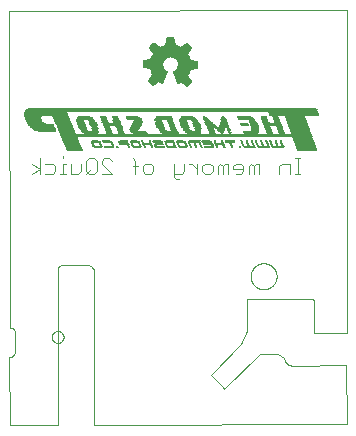
<source format=gbo>
G75*
%MOIN*%
%OFA0B0*%
%FSLAX25Y25*%
%IPPOS*%
%LPD*%
%AMOC8*
5,1,8,0,0,1.08239X$1,22.5*
%
%ADD10C,0.00200*%
%ADD11C,0.00000*%
%ADD12R,0.05040X0.00140*%
%ADD13R,0.06020X0.00140*%
%ADD14R,0.05180X0.00140*%
%ADD15R,0.06580X0.00140*%
%ADD16R,0.05320X0.00140*%
%ADD17R,0.06720X0.00140*%
%ADD18R,0.05320X0.00140*%
%ADD19R,0.06580X0.00140*%
%ADD20R,0.05320X0.00140*%
%ADD21R,0.02240X0.00140*%
%ADD22R,0.02800X0.00140*%
%ADD23R,0.00700X0.00140*%
%ADD24R,0.00840X0.00140*%
%ADD25R,0.02240X0.00140*%
%ADD26R,0.02660X0.00140*%
%ADD27R,0.03640X0.00140*%
%ADD28R,0.02940X0.00140*%
%ADD29R,0.03220X0.00140*%
%ADD30R,0.02940X0.00140*%
%ADD31R,0.03080X0.00140*%
%ADD32R,0.03220X0.00140*%
%ADD33R,0.04060X0.00140*%
%ADD34R,0.03920X0.00140*%
%ADD35R,0.05320X0.00140*%
%ADD36R,0.03220X0.00140*%
%ADD37R,0.03220X0.00140*%
%ADD38R,0.00700X0.00140*%
%ADD39R,0.00840X0.00140*%
%ADD40R,0.03360X0.00140*%
%ADD41R,0.04060X0.00140*%
%ADD42R,0.04200X0.00140*%
%ADD43R,0.00840X0.00140*%
%ADD44R,0.03360X0.00140*%
%ADD45R,0.04200X0.00140*%
%ADD46R,0.04340X0.00140*%
%ADD47R,0.06720X0.00140*%
%ADD48R,0.05180X0.00140*%
%ADD49R,0.03080X0.00140*%
%ADD50R,0.02800X0.00140*%
%ADD51R,0.06720X0.00140*%
%ADD52R,0.00840X0.00140*%
%ADD53R,0.03780X0.00140*%
%ADD54R,0.83720X0.00140*%
%ADD55R,0.83580X0.00140*%
%ADD56R,0.03780X0.00140*%
%ADD57R,0.02240X0.00140*%
%ADD58R,0.05040X0.00140*%
%ADD59R,0.00560X0.00140*%
%ADD60R,0.00980X0.00140*%
%ADD61R,0.04340X0.00140*%
%ADD62R,0.02240X0.00140*%
%ADD63R,0.06720X0.00140*%
%ADD64R,0.02100X0.00140*%
%ADD65R,0.04480X0.00140*%
%ADD66R,0.00980X0.00140*%
%ADD67R,0.04620X0.00140*%
%ADD68R,0.04620X0.00140*%
%ADD69R,0.05600X0.00140*%
%ADD70R,0.04760X0.00140*%
%ADD71R,0.04900X0.00140*%
%ADD72R,0.01120X0.00140*%
%ADD73R,0.05040X0.00140*%
%ADD74R,0.05740X0.00140*%
%ADD75R,0.01260X0.00140*%
%ADD76R,0.02100X0.00140*%
%ADD77R,0.05740X0.00140*%
%ADD78R,0.01540X0.00140*%
%ADD79R,0.05880X0.00140*%
%ADD80R,0.05460X0.00140*%
%ADD81R,0.01820X0.00140*%
%ADD82R,0.01960X0.00140*%
%ADD83R,0.06440X0.00140*%
%ADD84R,0.02380X0.00140*%
%ADD85R,0.01120X0.00140*%
%ADD86R,0.06860X0.00140*%
%ADD87R,0.07140X0.00140*%
%ADD88R,0.02940X0.00140*%
%ADD89R,0.02380X0.00140*%
%ADD90R,0.02660X0.00140*%
%ADD91R,0.07280X0.00140*%
%ADD92R,0.07560X0.00140*%
%ADD93R,0.07700X0.00140*%
%ADD94R,0.03500X0.00140*%
%ADD95R,0.07840X0.00140*%
%ADD96R,0.07980X0.00140*%
%ADD97R,0.08120X0.00140*%
%ADD98R,0.08260X0.00140*%
%ADD99R,0.03640X0.00140*%
%ADD100R,0.02520X0.00140*%
%ADD101R,0.08260X0.00140*%
%ADD102R,0.02520X0.00140*%
%ADD103R,0.06300X0.00140*%
%ADD104R,0.03500X0.00140*%
%ADD105R,0.08400X0.00140*%
%ADD106R,0.06160X0.00140*%
%ADD107R,0.06300X0.00140*%
%ADD108R,0.02520X0.00140*%
%ADD109R,0.06020X0.00140*%
%ADD110R,0.05740X0.00140*%
%ADD111R,0.05460X0.00140*%
%ADD112R,0.01680X0.00140*%
%ADD113R,0.02520X0.00140*%
%ADD114R,0.01680X0.00140*%
%ADD115R,0.01540X0.00140*%
%ADD116R,0.01400X0.00140*%
%ADD117R,0.05600X0.00140*%
%ADD118R,0.04620X0.00140*%
%ADD119R,0.04760X0.00140*%
%ADD120R,0.01120X0.00140*%
%ADD121R,0.01260X0.00140*%
%ADD122R,0.04900X0.00140*%
%ADD123R,0.14560X0.00140*%
%ADD124R,0.16660X0.00140*%
%ADD125R,0.14560X0.00140*%
%ADD126R,0.16660X0.00140*%
%ADD127R,0.14420X0.00140*%
%ADD128R,0.16800X0.00140*%
%ADD129R,0.14280X0.00140*%
%ADD130R,0.14280X0.00140*%
%ADD131R,0.14140X0.00140*%
%ADD132R,0.14000X0.00140*%
%ADD133R,0.97580X0.00140*%
%ADD134R,0.97580X0.00140*%
%ADD135R,0.97300X0.00140*%
%ADD136R,0.97160X0.00140*%
%ADD137R,0.97020X0.00140*%
%ADD138R,0.96600X0.00140*%
%ADD139R,0.96180X0.00140*%
%ADD140C,0.00400*%
D10*
X0007139Y0006452D02*
X0023169Y0006452D01*
X0023164Y0006446D02*
X0023231Y0058499D01*
X0023243Y0058575D01*
X0023260Y0058651D01*
X0023280Y0058725D01*
X0023304Y0058799D01*
X0023332Y0058871D01*
X0023363Y0058942D01*
X0023398Y0059011D01*
X0023436Y0059079D01*
X0023478Y0059144D01*
X0023523Y0059207D01*
X0023571Y0059268D01*
X0023622Y0059326D01*
X0023676Y0059381D01*
X0023733Y0059434D01*
X0023792Y0059484D01*
X0023854Y0059531D01*
X0023918Y0059574D01*
X0023984Y0059614D01*
X0024053Y0059651D01*
X0024123Y0059685D01*
X0024194Y0059714D01*
X0024267Y0059740D01*
X0024341Y0059763D01*
X0024416Y0059781D01*
X0024493Y0059796D01*
X0024569Y0059807D01*
X0024646Y0059814D01*
X0024724Y0059817D01*
X0024801Y0059816D01*
X0024879Y0059811D01*
X0024956Y0059802D01*
X0024950Y0059801D02*
X0033087Y0059799D01*
X0033062Y0059803D02*
X0033151Y0059807D01*
X0033241Y0059806D01*
X0033330Y0059802D01*
X0033419Y0059794D01*
X0033508Y0059782D01*
X0033596Y0059766D01*
X0033683Y0059747D01*
X0033769Y0059723D01*
X0033854Y0059696D01*
X0033938Y0059666D01*
X0034021Y0059631D01*
X0034102Y0059593D01*
X0034181Y0059552D01*
X0034258Y0059507D01*
X0034333Y0059458D01*
X0034406Y0059407D01*
X0034477Y0059352D01*
X0034545Y0059295D01*
X0034611Y0059234D01*
X0034674Y0059171D01*
X0034734Y0059105D01*
X0034792Y0059036D01*
X0034846Y0058965D01*
X0034897Y0058891D01*
X0034945Y0058816D01*
X0034989Y0058738D01*
X0035030Y0058659D01*
X0035068Y0058578D01*
X0035102Y0058495D01*
X0035132Y0058411D01*
X0035159Y0058326D01*
X0035182Y0058239D01*
X0035201Y0058152D01*
X0035216Y0058064D01*
X0035227Y0057975D01*
X0035235Y0057886D01*
X0035201Y0006565D01*
X0035202Y0006565D02*
X0119531Y0006905D01*
X0119534Y0006905D02*
X0119427Y0026460D01*
X0119429Y0026459D02*
X0101408Y0026325D01*
X0101537Y0026337D02*
X0101435Y0026332D01*
X0101334Y0026331D01*
X0101233Y0026334D01*
X0101132Y0026340D01*
X0101031Y0026351D01*
X0100931Y0026365D01*
X0100831Y0026383D01*
X0100732Y0026405D01*
X0100634Y0026430D01*
X0100537Y0026460D01*
X0100441Y0026493D01*
X0100347Y0026530D01*
X0100254Y0026570D01*
X0100162Y0026614D01*
X0100073Y0026661D01*
X0099985Y0026712D01*
X0099899Y0026766D01*
X0099816Y0026823D01*
X0099734Y0026883D01*
X0099655Y0026947D01*
X0099579Y0027013D01*
X0099505Y0027083D01*
X0099434Y0027155D01*
X0099365Y0027230D01*
X0099300Y0027307D01*
X0099238Y0027387D01*
X0099178Y0027469D01*
X0099122Y0027553D01*
X0099069Y0027640D01*
X0099020Y0027728D01*
X0098974Y0027818D01*
X0098931Y0027910D01*
X0098892Y0028004D01*
X0098857Y0028099D01*
X0098825Y0028195D01*
X0098797Y0028292D01*
X0098773Y0028391D01*
X0098752Y0028490D01*
X0098735Y0028590D01*
X0098722Y0028690D01*
X0098713Y0028791D01*
X0098712Y0028794D02*
X0096565Y0030344D01*
X0090592Y0030344D01*
X0078779Y0018497D01*
X0078242Y0019068D01*
X0074584Y0022726D01*
X0074450Y0023162D01*
X0074451Y0023163D02*
X0084350Y0033532D01*
X0086263Y0037895D01*
X0086296Y0048566D01*
X0096532Y0048533D01*
X0101069Y0048535D01*
X0101061Y0048532D02*
X0107339Y0048579D01*
X0107334Y0048579D02*
X0107397Y0048594D01*
X0107461Y0048606D01*
X0107526Y0048615D01*
X0107591Y0048619D01*
X0107656Y0048620D01*
X0107721Y0048617D01*
X0107786Y0048610D01*
X0107850Y0048599D01*
X0107913Y0048585D01*
X0107976Y0048567D01*
X0108037Y0048546D01*
X0108097Y0048520D01*
X0108156Y0048492D01*
X0108213Y0048460D01*
X0108267Y0048425D01*
X0108320Y0048387D01*
X0108370Y0048345D01*
X0108418Y0048301D01*
X0108463Y0048254D01*
X0108506Y0048205D01*
X0108545Y0048153D01*
X0108582Y0048099D01*
X0108615Y0048043D01*
X0108645Y0047985D01*
X0108671Y0047926D01*
X0108694Y0047865D01*
X0108714Y0047803D01*
X0108711Y0047810D02*
X0108714Y0037240D01*
X0119623Y0037292D01*
X0119623Y0037293D02*
X0119529Y0144834D01*
X0119528Y0144834D02*
X0006889Y0144555D01*
X0006890Y0144557D02*
X0007149Y0039040D01*
X0007149Y0039045D02*
X0007226Y0039052D01*
X0007303Y0039055D01*
X0007380Y0039054D01*
X0007457Y0039050D01*
X0007533Y0039042D01*
X0007610Y0039030D01*
X0007685Y0039014D01*
X0007760Y0038995D01*
X0007833Y0038972D01*
X0007906Y0038945D01*
X0007976Y0038915D01*
X0008046Y0038882D01*
X0008114Y0038845D01*
X0008179Y0038805D01*
X0008243Y0038761D01*
X0008305Y0038715D01*
X0008364Y0038666D01*
X0008420Y0038614D01*
X0008475Y0038559D01*
X0008526Y0038501D01*
X0008574Y0038441D01*
X0008620Y0038379D01*
X0008662Y0038315D01*
X0008701Y0038248D01*
X0008737Y0038180D01*
X0008769Y0038110D01*
X0008798Y0038039D01*
X0008824Y0037966D01*
X0008845Y0037892D01*
X0008864Y0037817D01*
X0008878Y0037741D01*
X0008889Y0037665D01*
X0008889Y0031065D01*
X0008891Y0030980D01*
X0008889Y0030896D01*
X0008884Y0030811D01*
X0008874Y0030727D01*
X0008861Y0030644D01*
X0008844Y0030561D01*
X0008823Y0030479D01*
X0008798Y0030398D01*
X0008769Y0030318D01*
X0008737Y0030240D01*
X0008701Y0030163D01*
X0008662Y0030088D01*
X0008619Y0030015D01*
X0008573Y0029944D01*
X0008524Y0029875D01*
X0008472Y0029809D01*
X0008416Y0029745D01*
X0008358Y0029683D01*
X0008297Y0029625D01*
X0008234Y0029569D01*
X0008167Y0029516D01*
X0008099Y0029467D01*
X0008028Y0029420D01*
X0007955Y0029377D01*
X0007880Y0029337D01*
X0007804Y0029301D01*
X0007726Y0029269D01*
X0007646Y0029240D01*
X0007566Y0029214D01*
X0007484Y0029193D01*
X0007401Y0029175D01*
X0007317Y0029161D01*
X0007233Y0029151D01*
X0007149Y0029145D01*
X0007119Y0029145D01*
X0007123Y0029141D02*
X0007162Y0006458D01*
X0007154Y0029160D02*
X0007183Y0029160D01*
X0054794Y0119760D02*
X0054394Y0120110D01*
X0054044Y0120460D01*
X0053644Y0120910D01*
X0053294Y0121360D01*
X0054744Y0123460D01*
X0054394Y0124060D01*
X0054194Y0124660D01*
X0053994Y0125460D01*
X0051544Y0125910D01*
X0051544Y0127060D01*
X0051594Y0127610D01*
X0051644Y0128110D01*
X0054094Y0128560D01*
X0054294Y0129210D01*
X0054544Y0129760D01*
X0054894Y0130360D01*
X0054944Y0130460D01*
X0053544Y0132410D01*
X0053944Y0132910D01*
X0054444Y0133410D01*
X0054844Y0133760D01*
X0055194Y0134010D01*
X0057244Y0132560D01*
X0057694Y0132810D01*
X0058144Y0133010D01*
X0058594Y0133210D01*
X0059044Y0133310D01*
X0059494Y0135760D01*
X0060094Y0135810D01*
X0061244Y0135810D01*
X0061744Y0135760D01*
X0062144Y0133360D01*
X0062894Y0133110D01*
X0063394Y0132910D01*
X0064094Y0132510D01*
X0066094Y0133960D01*
X0066544Y0133610D01*
X0067044Y0133110D01*
X0067444Y0132660D01*
X0067694Y0132410D01*
X0066294Y0130360D01*
X0066594Y0129860D01*
X0066894Y0129210D01*
X0067044Y0128660D01*
X0067194Y0128310D01*
X0069644Y0127910D01*
X0069644Y0125710D01*
X0067194Y0125310D01*
X0066994Y0124610D01*
X0066844Y0124110D01*
X0066644Y0123710D01*
X0066294Y0123110D01*
X0067744Y0121110D01*
X0067344Y0120660D01*
X0066994Y0120310D01*
X0066544Y0119910D01*
X0066194Y0119610D01*
X0064144Y0121010D01*
X0062994Y0120410D01*
X0061594Y0124410D01*
X0062091Y0124658D01*
X0062523Y0125008D01*
X0062871Y0125442D01*
X0063117Y0125940D01*
X0063251Y0126479D01*
X0063267Y0127035D01*
X0063163Y0127581D01*
X0062945Y0128092D01*
X0062622Y0128545D01*
X0062210Y0128918D01*
X0061728Y0129194D01*
X0061197Y0129361D01*
X0060644Y0129410D01*
X0060108Y0129344D01*
X0059597Y0129170D01*
X0059132Y0128896D01*
X0058733Y0128533D01*
X0058416Y0128096D01*
X0058195Y0127604D01*
X0058079Y0127077D01*
X0058073Y0126537D01*
X0058177Y0126007D01*
X0058387Y0125510D01*
X0058694Y0125066D01*
X0059085Y0124694D01*
X0059544Y0124410D01*
X0057994Y0120510D01*
X0057394Y0120760D01*
X0056794Y0121160D01*
X0054794Y0119760D01*
X0054646Y0119889D02*
X0054978Y0119889D01*
X0055262Y0120087D02*
X0054419Y0120087D01*
X0054218Y0120286D02*
X0055545Y0120286D01*
X0055829Y0120484D02*
X0054022Y0120484D01*
X0053845Y0120683D02*
X0056112Y0120683D01*
X0056396Y0120881D02*
X0053669Y0120881D01*
X0053511Y0121080D02*
X0056680Y0121080D01*
X0056914Y0121080D02*
X0058220Y0121080D01*
X0058141Y0120881D02*
X0057211Y0120881D01*
X0057578Y0120683D02*
X0058063Y0120683D01*
X0058299Y0121278D02*
X0053357Y0121278D01*
X0053375Y0121477D02*
X0058378Y0121477D01*
X0058457Y0121675D02*
X0053512Y0121675D01*
X0053649Y0121874D02*
X0058536Y0121874D01*
X0058615Y0122072D02*
X0053786Y0122072D01*
X0053923Y0122271D02*
X0058694Y0122271D01*
X0058773Y0122469D02*
X0054060Y0122469D01*
X0054197Y0122668D02*
X0058851Y0122668D01*
X0058930Y0122866D02*
X0054334Y0122866D01*
X0054471Y0123065D02*
X0059009Y0123065D01*
X0059088Y0123263D02*
X0054608Y0123263D01*
X0054742Y0123462D02*
X0059167Y0123462D01*
X0059246Y0123661D02*
X0054627Y0123661D01*
X0054511Y0123859D02*
X0059325Y0123859D01*
X0059404Y0124058D02*
X0054395Y0124058D01*
X0054328Y0124256D02*
X0059483Y0124256D01*
X0059471Y0124455D02*
X0054262Y0124455D01*
X0054196Y0124653D02*
X0059152Y0124653D01*
X0058920Y0124852D02*
X0054146Y0124852D01*
X0054096Y0125050D02*
X0058711Y0125050D01*
X0058568Y0125249D02*
X0054047Y0125249D01*
X0053997Y0125447D02*
X0058431Y0125447D01*
X0058330Y0125646D02*
X0052982Y0125646D01*
X0051901Y0125844D02*
X0058246Y0125844D01*
X0058170Y0126043D02*
X0051544Y0126043D01*
X0051544Y0126241D02*
X0058131Y0126241D01*
X0058092Y0126440D02*
X0051544Y0126440D01*
X0051544Y0126638D02*
X0058074Y0126638D01*
X0058077Y0126837D02*
X0051544Y0126837D01*
X0051544Y0127035D02*
X0058079Y0127035D01*
X0058114Y0127234D02*
X0051560Y0127234D01*
X0051578Y0127432D02*
X0058158Y0127432D01*
X0058207Y0127631D02*
X0051596Y0127631D01*
X0051616Y0127829D02*
X0058297Y0127829D01*
X0058386Y0128028D02*
X0051636Y0128028D01*
X0052278Y0128226D02*
X0058511Y0128226D01*
X0058655Y0128425D02*
X0053359Y0128425D01*
X0054113Y0128623D02*
X0058832Y0128623D01*
X0059050Y0128822D02*
X0054174Y0128822D01*
X0054235Y0129020D02*
X0059343Y0129020D01*
X0059740Y0129219D02*
X0054298Y0129219D01*
X0054388Y0129417D02*
X0066798Y0129417D01*
X0066890Y0129219D02*
X0061649Y0129219D01*
X0062032Y0129020D02*
X0066945Y0129020D01*
X0067000Y0128822D02*
X0062316Y0128822D01*
X0062536Y0128623D02*
X0067059Y0128623D01*
X0067144Y0128425D02*
X0062708Y0128425D01*
X0062849Y0128226D02*
X0067705Y0128226D01*
X0068921Y0128028D02*
X0062973Y0128028D01*
X0063057Y0127829D02*
X0069644Y0127829D01*
X0069644Y0127631D02*
X0063142Y0127631D01*
X0063192Y0127432D02*
X0069644Y0127432D01*
X0069644Y0127234D02*
X0063229Y0127234D01*
X0063267Y0127035D02*
X0069644Y0127035D01*
X0069644Y0126837D02*
X0063261Y0126837D01*
X0063256Y0126638D02*
X0069644Y0126638D01*
X0069644Y0126440D02*
X0063242Y0126440D01*
X0063192Y0126241D02*
X0069644Y0126241D01*
X0069644Y0126043D02*
X0063143Y0126043D01*
X0063070Y0125844D02*
X0069644Y0125844D01*
X0069251Y0125646D02*
X0062972Y0125646D01*
X0062873Y0125447D02*
X0068035Y0125447D01*
X0067176Y0125249D02*
X0062716Y0125249D01*
X0062557Y0125050D02*
X0067120Y0125050D01*
X0067063Y0124852D02*
X0062330Y0124852D01*
X0062080Y0124653D02*
X0067006Y0124653D01*
X0066947Y0124455D02*
X0061683Y0124455D01*
X0061648Y0124256D02*
X0066888Y0124256D01*
X0066818Y0124058D02*
X0061717Y0124058D01*
X0061786Y0123859D02*
X0066718Y0123859D01*
X0066615Y0123661D02*
X0061856Y0123661D01*
X0061925Y0123462D02*
X0066499Y0123462D01*
X0066383Y0123263D02*
X0061995Y0123263D01*
X0062064Y0123065D02*
X0066326Y0123065D01*
X0066470Y0122866D02*
X0062134Y0122866D01*
X0062203Y0122668D02*
X0066614Y0122668D01*
X0066758Y0122469D02*
X0062273Y0122469D01*
X0062342Y0122271D02*
X0066902Y0122271D01*
X0067046Y0122072D02*
X0062412Y0122072D01*
X0062481Y0121874D02*
X0067190Y0121874D01*
X0067334Y0121675D02*
X0062551Y0121675D01*
X0062620Y0121477D02*
X0067478Y0121477D01*
X0067621Y0121278D02*
X0062690Y0121278D01*
X0062759Y0121080D02*
X0067717Y0121080D01*
X0067541Y0120881D02*
X0064332Y0120881D01*
X0064622Y0120683D02*
X0067364Y0120683D01*
X0067168Y0120484D02*
X0064913Y0120484D01*
X0065204Y0120286D02*
X0066967Y0120286D01*
X0066743Y0120087D02*
X0065494Y0120087D01*
X0065785Y0119889D02*
X0066519Y0119889D01*
X0066288Y0119690D02*
X0066076Y0119690D01*
X0063898Y0120881D02*
X0062829Y0120881D01*
X0062898Y0120683D02*
X0063517Y0120683D01*
X0063137Y0120484D02*
X0062968Y0120484D01*
X0066706Y0129616D02*
X0054478Y0129616D01*
X0054576Y0129814D02*
X0066615Y0129814D01*
X0066502Y0130013D02*
X0054691Y0130013D01*
X0054807Y0130211D02*
X0066383Y0130211D01*
X0066328Y0130410D02*
X0054919Y0130410D01*
X0054837Y0130608D02*
X0066464Y0130608D01*
X0066599Y0130807D02*
X0054694Y0130807D01*
X0054552Y0131005D02*
X0066735Y0131005D01*
X0066870Y0131204D02*
X0054409Y0131204D01*
X0054267Y0131402D02*
X0067006Y0131402D01*
X0067141Y0131601D02*
X0054124Y0131601D01*
X0053982Y0131799D02*
X0067277Y0131799D01*
X0067413Y0131998D02*
X0053839Y0131998D01*
X0053697Y0132197D02*
X0067548Y0132197D01*
X0067684Y0132395D02*
X0053554Y0132395D01*
X0053691Y0132594D02*
X0057196Y0132594D01*
X0057305Y0132594D02*
X0063947Y0132594D01*
X0064209Y0132594D02*
X0067510Y0132594D01*
X0067326Y0132792D02*
X0064483Y0132792D01*
X0064757Y0132991D02*
X0067150Y0132991D01*
X0066964Y0133189D02*
X0065031Y0133189D01*
X0065305Y0133388D02*
X0066766Y0133388D01*
X0066567Y0133586D02*
X0065578Y0133586D01*
X0065852Y0133785D02*
X0066319Y0133785D01*
X0063600Y0132792D02*
X0057662Y0132792D01*
X0058101Y0132991D02*
X0063192Y0132991D01*
X0062656Y0133189D02*
X0058547Y0133189D01*
X0059058Y0133388D02*
X0062139Y0133388D01*
X0062106Y0133586D02*
X0059094Y0133586D01*
X0059131Y0133785D02*
X0062073Y0133785D01*
X0062040Y0133983D02*
X0059167Y0133983D01*
X0059204Y0134182D02*
X0062007Y0134182D01*
X0061974Y0134380D02*
X0059240Y0134380D01*
X0059277Y0134579D02*
X0061941Y0134579D01*
X0061907Y0134777D02*
X0059313Y0134777D01*
X0059350Y0134976D02*
X0061874Y0134976D01*
X0061841Y0135174D02*
X0059386Y0135174D01*
X0059423Y0135373D02*
X0061808Y0135373D01*
X0061775Y0135571D02*
X0059459Y0135571D01*
X0059613Y0135770D02*
X0061644Y0135770D01*
X0056915Y0132792D02*
X0053850Y0132792D01*
X0054025Y0132991D02*
X0056635Y0132991D01*
X0056354Y0133189D02*
X0054223Y0133189D01*
X0054422Y0133388D02*
X0056073Y0133388D01*
X0055793Y0133586D02*
X0054645Y0133586D01*
X0054878Y0133785D02*
X0055512Y0133785D01*
X0055231Y0133983D02*
X0055156Y0133983D01*
D11*
X0087502Y0056126D02*
X0087504Y0056257D01*
X0087510Y0056389D01*
X0087520Y0056520D01*
X0087534Y0056651D01*
X0087552Y0056781D01*
X0087574Y0056910D01*
X0087599Y0057039D01*
X0087629Y0057167D01*
X0087663Y0057294D01*
X0087700Y0057421D01*
X0087741Y0057545D01*
X0087786Y0057669D01*
X0087835Y0057791D01*
X0087887Y0057912D01*
X0087943Y0058030D01*
X0088003Y0058148D01*
X0088066Y0058263D01*
X0088133Y0058376D01*
X0088203Y0058488D01*
X0088276Y0058597D01*
X0088352Y0058703D01*
X0088432Y0058808D01*
X0088515Y0058910D01*
X0088601Y0059009D01*
X0088690Y0059106D01*
X0088782Y0059200D01*
X0088877Y0059291D01*
X0088974Y0059380D01*
X0089074Y0059465D01*
X0089177Y0059547D01*
X0089282Y0059626D01*
X0089389Y0059702D01*
X0089499Y0059774D01*
X0089611Y0059843D01*
X0089725Y0059909D01*
X0089840Y0059971D01*
X0089958Y0060030D01*
X0090077Y0060085D01*
X0090198Y0060137D01*
X0090321Y0060184D01*
X0090445Y0060228D01*
X0090570Y0060269D01*
X0090696Y0060305D01*
X0090824Y0060338D01*
X0090952Y0060366D01*
X0091081Y0060391D01*
X0091211Y0060412D01*
X0091341Y0060429D01*
X0091472Y0060442D01*
X0091603Y0060451D01*
X0091734Y0060456D01*
X0091866Y0060457D01*
X0091997Y0060454D01*
X0092129Y0060447D01*
X0092260Y0060436D01*
X0092390Y0060421D01*
X0092520Y0060402D01*
X0092650Y0060379D01*
X0092778Y0060353D01*
X0092906Y0060322D01*
X0093033Y0060287D01*
X0093159Y0060249D01*
X0093283Y0060207D01*
X0093407Y0060161D01*
X0093528Y0060111D01*
X0093648Y0060058D01*
X0093767Y0060001D01*
X0093884Y0059941D01*
X0093998Y0059877D01*
X0094111Y0059809D01*
X0094222Y0059738D01*
X0094331Y0059664D01*
X0094437Y0059587D01*
X0094541Y0059506D01*
X0094642Y0059423D01*
X0094741Y0059336D01*
X0094837Y0059246D01*
X0094930Y0059153D01*
X0095021Y0059058D01*
X0095108Y0058960D01*
X0095193Y0058859D01*
X0095274Y0058756D01*
X0095352Y0058650D01*
X0095427Y0058542D01*
X0095499Y0058432D01*
X0095567Y0058320D01*
X0095632Y0058206D01*
X0095693Y0058089D01*
X0095751Y0057971D01*
X0095805Y0057851D01*
X0095856Y0057730D01*
X0095903Y0057607D01*
X0095946Y0057483D01*
X0095985Y0057358D01*
X0096021Y0057231D01*
X0096052Y0057103D01*
X0096080Y0056975D01*
X0096104Y0056846D01*
X0096124Y0056716D01*
X0096140Y0056585D01*
X0096152Y0056454D01*
X0096160Y0056323D01*
X0096164Y0056192D01*
X0096164Y0056060D01*
X0096160Y0055929D01*
X0096152Y0055798D01*
X0096140Y0055667D01*
X0096124Y0055536D01*
X0096104Y0055406D01*
X0096080Y0055277D01*
X0096052Y0055149D01*
X0096021Y0055021D01*
X0095985Y0054894D01*
X0095946Y0054769D01*
X0095903Y0054645D01*
X0095856Y0054522D01*
X0095805Y0054401D01*
X0095751Y0054281D01*
X0095693Y0054163D01*
X0095632Y0054046D01*
X0095567Y0053932D01*
X0095499Y0053820D01*
X0095427Y0053710D01*
X0095352Y0053602D01*
X0095274Y0053496D01*
X0095193Y0053393D01*
X0095108Y0053292D01*
X0095021Y0053194D01*
X0094930Y0053099D01*
X0094837Y0053006D01*
X0094741Y0052916D01*
X0094642Y0052829D01*
X0094541Y0052746D01*
X0094437Y0052665D01*
X0094331Y0052588D01*
X0094222Y0052514D01*
X0094111Y0052443D01*
X0093999Y0052375D01*
X0093884Y0052311D01*
X0093767Y0052251D01*
X0093648Y0052194D01*
X0093528Y0052141D01*
X0093407Y0052091D01*
X0093283Y0052045D01*
X0093159Y0052003D01*
X0093033Y0051965D01*
X0092906Y0051930D01*
X0092778Y0051899D01*
X0092650Y0051873D01*
X0092520Y0051850D01*
X0092390Y0051831D01*
X0092260Y0051816D01*
X0092129Y0051805D01*
X0091997Y0051798D01*
X0091866Y0051795D01*
X0091734Y0051796D01*
X0091603Y0051801D01*
X0091472Y0051810D01*
X0091341Y0051823D01*
X0091211Y0051840D01*
X0091081Y0051861D01*
X0090952Y0051886D01*
X0090824Y0051914D01*
X0090696Y0051947D01*
X0090570Y0051983D01*
X0090445Y0052024D01*
X0090321Y0052068D01*
X0090198Y0052115D01*
X0090077Y0052167D01*
X0089958Y0052222D01*
X0089840Y0052281D01*
X0089725Y0052343D01*
X0089611Y0052409D01*
X0089499Y0052478D01*
X0089389Y0052550D01*
X0089282Y0052626D01*
X0089177Y0052705D01*
X0089074Y0052787D01*
X0088974Y0052872D01*
X0088877Y0052961D01*
X0088782Y0053052D01*
X0088690Y0053146D01*
X0088601Y0053243D01*
X0088515Y0053342D01*
X0088432Y0053444D01*
X0088352Y0053549D01*
X0088276Y0053655D01*
X0088203Y0053764D01*
X0088133Y0053876D01*
X0088066Y0053989D01*
X0088003Y0054104D01*
X0087943Y0054222D01*
X0087887Y0054340D01*
X0087835Y0054461D01*
X0087786Y0054583D01*
X0087741Y0054707D01*
X0087700Y0054831D01*
X0087663Y0054958D01*
X0087629Y0055085D01*
X0087599Y0055213D01*
X0087574Y0055342D01*
X0087552Y0055471D01*
X0087534Y0055601D01*
X0087520Y0055732D01*
X0087510Y0055863D01*
X0087504Y0055995D01*
X0087502Y0056126D01*
X0021234Y0035880D02*
X0021236Y0035968D01*
X0021242Y0036056D01*
X0021252Y0036144D01*
X0021266Y0036232D01*
X0021283Y0036318D01*
X0021305Y0036404D01*
X0021330Y0036488D01*
X0021360Y0036572D01*
X0021392Y0036654D01*
X0021429Y0036734D01*
X0021469Y0036813D01*
X0021513Y0036890D01*
X0021560Y0036965D01*
X0021610Y0037037D01*
X0021664Y0037108D01*
X0021720Y0037175D01*
X0021780Y0037241D01*
X0021842Y0037303D01*
X0021908Y0037363D01*
X0021975Y0037419D01*
X0022046Y0037473D01*
X0022118Y0037523D01*
X0022193Y0037570D01*
X0022270Y0037614D01*
X0022349Y0037654D01*
X0022429Y0037691D01*
X0022511Y0037723D01*
X0022595Y0037753D01*
X0022679Y0037778D01*
X0022765Y0037800D01*
X0022851Y0037817D01*
X0022939Y0037831D01*
X0023027Y0037841D01*
X0023115Y0037847D01*
X0023203Y0037849D01*
X0023291Y0037847D01*
X0023379Y0037841D01*
X0023467Y0037831D01*
X0023555Y0037817D01*
X0023641Y0037800D01*
X0023727Y0037778D01*
X0023811Y0037753D01*
X0023895Y0037723D01*
X0023977Y0037691D01*
X0024057Y0037654D01*
X0024136Y0037614D01*
X0024213Y0037570D01*
X0024288Y0037523D01*
X0024360Y0037473D01*
X0024431Y0037419D01*
X0024498Y0037363D01*
X0024564Y0037303D01*
X0024626Y0037241D01*
X0024686Y0037175D01*
X0024742Y0037108D01*
X0024796Y0037037D01*
X0024846Y0036965D01*
X0024893Y0036890D01*
X0024937Y0036813D01*
X0024977Y0036734D01*
X0025014Y0036654D01*
X0025046Y0036572D01*
X0025076Y0036488D01*
X0025101Y0036404D01*
X0025123Y0036318D01*
X0025140Y0036232D01*
X0025154Y0036144D01*
X0025164Y0036056D01*
X0025170Y0035968D01*
X0025172Y0035880D01*
X0025170Y0035792D01*
X0025164Y0035704D01*
X0025154Y0035616D01*
X0025140Y0035528D01*
X0025123Y0035442D01*
X0025101Y0035356D01*
X0025076Y0035272D01*
X0025046Y0035188D01*
X0025014Y0035106D01*
X0024977Y0035026D01*
X0024937Y0034947D01*
X0024893Y0034870D01*
X0024846Y0034795D01*
X0024796Y0034723D01*
X0024742Y0034652D01*
X0024686Y0034585D01*
X0024626Y0034519D01*
X0024564Y0034457D01*
X0024498Y0034397D01*
X0024431Y0034341D01*
X0024360Y0034287D01*
X0024288Y0034237D01*
X0024213Y0034190D01*
X0024136Y0034146D01*
X0024057Y0034106D01*
X0023977Y0034069D01*
X0023895Y0034037D01*
X0023811Y0034007D01*
X0023727Y0033982D01*
X0023641Y0033960D01*
X0023555Y0033943D01*
X0023467Y0033929D01*
X0023379Y0033919D01*
X0023291Y0033913D01*
X0023203Y0033911D01*
X0023115Y0033913D01*
X0023027Y0033919D01*
X0022939Y0033929D01*
X0022851Y0033943D01*
X0022765Y0033960D01*
X0022679Y0033982D01*
X0022595Y0034007D01*
X0022511Y0034037D01*
X0022429Y0034069D01*
X0022349Y0034106D01*
X0022270Y0034146D01*
X0022193Y0034190D01*
X0022118Y0034237D01*
X0022046Y0034287D01*
X0021975Y0034341D01*
X0021908Y0034397D01*
X0021842Y0034457D01*
X0021780Y0034519D01*
X0021720Y0034585D01*
X0021664Y0034652D01*
X0021610Y0034723D01*
X0021560Y0034795D01*
X0021513Y0034870D01*
X0021469Y0034947D01*
X0021429Y0035026D01*
X0021392Y0035106D01*
X0021360Y0035188D01*
X0021330Y0035272D01*
X0021305Y0035356D01*
X0021283Y0035442D01*
X0021266Y0035528D01*
X0021252Y0035616D01*
X0021242Y0035704D01*
X0021236Y0035792D01*
X0021234Y0035880D01*
D12*
X0028973Y0097840D03*
X0048573Y0108480D03*
X0085673Y0108760D03*
D13*
X0106463Y0097840D03*
D14*
X0066563Y0108620D03*
X0050043Y0104280D03*
X0032263Y0108620D03*
X0025823Y0105260D03*
X0026103Y0104560D03*
X0026243Y0104280D03*
X0026383Y0103860D03*
X0026523Y0103580D03*
X0027363Y0101620D03*
X0027643Y0100920D03*
X0027923Y0100220D03*
X0028063Y0099940D03*
X0028203Y0099520D03*
X0028343Y0099240D03*
X0028483Y0098960D03*
X0028623Y0098540D03*
X0028763Y0098260D03*
X0028903Y0097980D03*
X0025123Y0106940D03*
X0024703Y0107920D03*
X0024143Y0109180D03*
D15*
X0102263Y0109180D03*
X0102263Y0109320D03*
X0102403Y0109040D03*
X0102403Y0108760D03*
X0102543Y0108620D03*
X0102543Y0108480D03*
X0102683Y0108060D03*
X0102823Y0107780D03*
X0102823Y0107640D03*
X0102963Y0107360D03*
X0102963Y0107220D03*
X0103103Y0107080D03*
X0103103Y0106940D03*
X0103243Y0106660D03*
X0103243Y0106520D03*
X0103383Y0106240D03*
X0103523Y0105820D03*
X0103523Y0105680D03*
X0103663Y0105540D03*
X0103663Y0105260D03*
X0103803Y0105120D03*
X0103803Y0104980D03*
X0103943Y0104560D03*
X0104083Y0104280D03*
X0104083Y0104140D03*
X0104223Y0103860D03*
X0104363Y0103580D03*
X0104363Y0103440D03*
X0104783Y0102320D03*
X0104783Y0102180D03*
X0104923Y0102040D03*
X0104923Y0101760D03*
X0105063Y0101620D03*
X0105063Y0101480D03*
X0105063Y0101340D03*
X0105203Y0101060D03*
X0105343Y0100920D03*
X0105343Y0100780D03*
X0105343Y0100640D03*
X0105483Y0100360D03*
X0105623Y0100080D03*
X0105623Y0099940D03*
X0105763Y0099660D03*
X0105763Y0099520D03*
X0105903Y0099240D03*
X0106043Y0098960D03*
X0106043Y0098820D03*
X0106043Y0098680D03*
X0106183Y0098540D03*
X0106323Y0098120D03*
X0106323Y0097980D03*
D16*
X0087633Y0104140D03*
X0087633Y0104280D03*
X0050113Y0104140D03*
X0028833Y0098120D03*
X0028273Y0099380D03*
X0028133Y0099660D03*
X0027713Y0100640D03*
X0027713Y0100780D03*
X0027573Y0101060D03*
X0027433Y0101340D03*
X0027433Y0101480D03*
X0027013Y0102320D03*
X0026313Y0104140D03*
X0026173Y0104420D03*
X0026033Y0104840D03*
X0025613Y0105680D03*
X0025613Y0105820D03*
X0025473Y0105960D03*
X0025473Y0106240D03*
X0025333Y0106380D03*
X0025333Y0106520D03*
X0024913Y0107360D03*
X0024773Y0107640D03*
X0024773Y0107780D03*
X0024633Y0108060D03*
X0024213Y0109040D03*
X0024073Y0109320D03*
X0024073Y0109460D03*
D17*
X0102193Y0109460D03*
X0102753Y0107920D03*
X0103453Y0105960D03*
X0104293Y0103720D03*
X0105553Y0100220D03*
X0106253Y0098260D03*
D18*
X0068453Y0104000D03*
X0058653Y0108900D03*
X0028693Y0098400D03*
X0026593Y0103300D03*
X0025753Y0105400D03*
X0025193Y0106800D03*
D19*
X0102403Y0108900D03*
X0102683Y0108200D03*
X0103383Y0106100D03*
X0103663Y0105400D03*
X0103943Y0104700D03*
X0104223Y0104000D03*
X0104923Y0101900D03*
X0105203Y0101200D03*
X0105483Y0100500D03*
X0105903Y0099100D03*
X0106183Y0098400D03*
D20*
X0086093Y0108340D03*
X0085953Y0108480D03*
X0060893Y0103440D03*
X0058653Y0109040D03*
X0028553Y0098820D03*
X0028553Y0098680D03*
X0027993Y0100080D03*
X0027853Y0100360D03*
X0027293Y0101760D03*
X0027153Y0102040D03*
X0027153Y0102180D03*
X0026593Y0103440D03*
X0026453Y0103720D03*
X0025893Y0104980D03*
X0025893Y0105120D03*
X0025753Y0105540D03*
X0025193Y0106660D03*
X0025053Y0107080D03*
X0025053Y0107220D03*
X0024493Y0108340D03*
X0024493Y0108480D03*
X0024353Y0108620D03*
X0024353Y0108760D03*
X0015393Y0107640D03*
X0015253Y0107920D03*
D21*
X0031773Y0104980D03*
X0035273Y0106240D03*
X0034573Y0107640D03*
X0034573Y0107780D03*
X0038773Y0107920D03*
X0038773Y0108060D03*
X0042273Y0109040D03*
X0042273Y0109180D03*
X0042973Y0107360D03*
X0043673Y0105680D03*
X0043673Y0105540D03*
X0044373Y0103860D03*
X0044373Y0103720D03*
X0040173Y0104280D03*
X0040173Y0104420D03*
X0036673Y0098820D03*
X0057673Y0105260D03*
X0061173Y0106520D03*
X0061173Y0106660D03*
X0061873Y0104840D03*
X0066073Y0104980D03*
X0066073Y0105120D03*
X0069573Y0106380D03*
X0068873Y0107780D03*
X0074473Y0104420D03*
X0074473Y0104280D03*
X0087773Y0108060D03*
X0088473Y0106940D03*
X0089173Y0104840D03*
X0089173Y0104560D03*
X0093373Y0105120D03*
X0094073Y0103440D03*
X0097573Y0104560D03*
X0091973Y0108620D03*
X0091973Y0108760D03*
D22*
X0085673Y0106240D03*
X0077553Y0104840D03*
X0073913Y0106660D03*
X0072653Y0101060D03*
X0073493Y0098820D03*
X0061453Y0098820D03*
X0060473Y0101060D03*
X0056133Y0101060D03*
X0048713Y0104420D03*
X0048713Y0104560D03*
X0045213Y0101060D03*
X0040313Y0098820D03*
X0039333Y0101060D03*
D23*
X0041223Y0100360D03*
X0041363Y0100080D03*
X0041363Y0099940D03*
X0041503Y0099660D03*
X0041643Y0099380D03*
X0043043Y0098960D03*
X0043183Y0098820D03*
X0047803Y0100220D03*
X0047803Y0100360D03*
X0047943Y0099940D03*
X0048083Y0099660D03*
X0048083Y0099520D03*
X0050323Y0100360D03*
X0050463Y0100220D03*
X0050463Y0100080D03*
X0050603Y0099660D03*
X0050743Y0099520D03*
X0050743Y0099380D03*
X0052003Y0099380D03*
X0052003Y0099520D03*
X0052143Y0099240D03*
X0052283Y0098820D03*
X0051723Y0100220D03*
X0051583Y0100640D03*
X0051443Y0100780D03*
X0051443Y0100920D03*
X0053823Y0100920D03*
X0053823Y0101060D03*
X0053963Y0100780D03*
X0053963Y0100640D03*
X0054103Y0100360D03*
X0054103Y0100220D03*
X0054383Y0099660D03*
X0054383Y0099520D03*
X0054523Y0099380D03*
X0054523Y0099240D03*
X0054663Y0098960D03*
X0054663Y0098820D03*
X0059283Y0100220D03*
X0059283Y0100360D03*
X0059423Y0099940D03*
X0059563Y0099660D03*
X0059563Y0099520D03*
X0059703Y0099380D03*
X0061803Y0100360D03*
X0061943Y0100220D03*
X0061943Y0100080D03*
X0062083Y0099660D03*
X0062223Y0099520D03*
X0062223Y0099380D03*
X0063343Y0099940D03*
X0063203Y0100220D03*
X0063203Y0100360D03*
X0063483Y0099660D03*
X0063483Y0099520D03*
X0065723Y0100360D03*
X0065863Y0100220D03*
X0065863Y0100080D03*
X0066003Y0099660D03*
X0066143Y0099520D03*
X0066143Y0099380D03*
X0067123Y0100080D03*
X0067123Y0100220D03*
X0067263Y0099940D03*
X0067403Y0099520D03*
X0067403Y0099380D03*
X0067543Y0099240D03*
X0067683Y0098820D03*
X0069223Y0099240D03*
X0069223Y0099380D03*
X0069083Y0099660D03*
X0068943Y0099940D03*
X0068943Y0100080D03*
X0068803Y0100360D03*
X0069363Y0098960D03*
X0070903Y0099520D03*
X0070903Y0099660D03*
X0070763Y0099940D03*
X0070623Y0100220D03*
X0071043Y0099240D03*
X0071183Y0098960D03*
X0071183Y0098820D03*
X0074543Y0100220D03*
X0074543Y0100360D03*
X0074823Y0099520D03*
X0074823Y0099380D03*
X0076083Y0099520D03*
X0076083Y0099660D03*
X0076223Y0099240D03*
X0076363Y0098960D03*
X0076363Y0098820D03*
X0075803Y0100220D03*
X0075803Y0100360D03*
X0075663Y0100640D03*
X0075523Y0100920D03*
X0075523Y0101060D03*
X0077903Y0101060D03*
X0078043Y0100780D03*
X0078043Y0100640D03*
X0078183Y0100360D03*
X0078463Y0099660D03*
X0078603Y0099380D03*
X0078603Y0099240D03*
X0078743Y0098960D03*
X0081123Y0099520D03*
X0081403Y0098820D03*
X0083923Y0098960D03*
X0084063Y0098820D03*
X0085043Y0099380D03*
X0085043Y0099520D03*
X0084903Y0099940D03*
X0084763Y0100080D03*
X0084763Y0100220D03*
X0084623Y0100640D03*
X0084483Y0100780D03*
X0084483Y0100920D03*
X0086163Y0100920D03*
X0086163Y0101060D03*
X0086303Y0100780D03*
X0086303Y0100640D03*
X0086443Y0100360D03*
X0086583Y0100080D03*
X0086583Y0099940D03*
X0086723Y0099660D03*
X0086863Y0099380D03*
X0088263Y0100220D03*
X0088263Y0100360D03*
X0088123Y0100640D03*
X0087983Y0100920D03*
X0087983Y0101060D03*
X0088403Y0099940D03*
X0088543Y0099660D03*
X0088543Y0099520D03*
X0089663Y0099940D03*
X0089523Y0100220D03*
X0089523Y0100360D03*
X0089383Y0100640D03*
X0089243Y0100920D03*
X0089243Y0101060D03*
X0089803Y0099660D03*
X0089803Y0099520D03*
X0089943Y0099380D03*
X0091343Y0100080D03*
X0091343Y0100220D03*
X0091203Y0100360D03*
X0091063Y0100780D03*
X0091063Y0100920D03*
X0090923Y0101060D03*
X0091483Y0099660D03*
X0091623Y0099520D03*
X0091623Y0099380D03*
X0093023Y0100220D03*
X0093023Y0100360D03*
X0092883Y0100640D03*
X0092883Y0100780D03*
X0092743Y0100920D03*
X0092743Y0101060D03*
X0093163Y0100080D03*
X0093163Y0099940D03*
X0093303Y0099660D03*
X0093303Y0099520D03*
X0093443Y0099380D03*
X0094423Y0099940D03*
X0094423Y0100080D03*
X0094283Y0100360D03*
X0094143Y0100640D03*
X0094143Y0100780D03*
X0094003Y0101060D03*
X0094563Y0099660D03*
X0094703Y0099380D03*
X0096103Y0100220D03*
X0096103Y0100360D03*
X0095963Y0100640D03*
X0095823Y0100920D03*
X0095823Y0101060D03*
X0096243Y0099940D03*
X0096383Y0099660D03*
X0096383Y0099520D03*
X0097783Y0100360D03*
X0097923Y0100220D03*
X0097923Y0100080D03*
X0098063Y0099660D03*
X0098203Y0099520D03*
X0098203Y0099380D03*
X0097643Y0100780D03*
X0097643Y0100920D03*
X0097503Y0101060D03*
X0078043Y0103440D03*
X0037723Y0099520D03*
X0037723Y0099380D03*
X0037583Y0099660D03*
X0037443Y0099940D03*
X0037443Y0100080D03*
X0037303Y0100360D03*
X0035063Y0099520D03*
X0034923Y0099940D03*
X0034783Y0100220D03*
D24*
X0034713Y0100360D03*
X0034853Y0100080D03*
X0034993Y0099660D03*
X0035133Y0099380D03*
X0041293Y0100220D03*
X0043813Y0100360D03*
X0043953Y0100220D03*
X0046753Y0099660D03*
X0046753Y0099520D03*
X0046753Y0099380D03*
X0046893Y0099240D03*
X0047033Y0098960D03*
X0047033Y0098820D03*
X0048153Y0099380D03*
X0050533Y0099940D03*
X0051653Y0100360D03*
X0051933Y0099660D03*
X0052213Y0098960D03*
X0055713Y0099520D03*
X0055713Y0099660D03*
X0055853Y0099380D03*
X0057953Y0100220D03*
X0057953Y0100360D03*
X0059353Y0100080D03*
X0062013Y0099940D03*
X0063553Y0099380D03*
X0065933Y0099940D03*
X0067053Y0100360D03*
X0067333Y0099660D03*
X0067613Y0098960D03*
X0069153Y0099520D03*
X0069433Y0098820D03*
X0070693Y0100080D03*
X0070553Y0100360D03*
X0074753Y0099660D03*
X0075593Y0100780D03*
X0076153Y0099380D03*
X0078253Y0100220D03*
X0078533Y0099520D03*
X0078813Y0098820D03*
X0080913Y0099940D03*
X0080913Y0100080D03*
X0081053Y0099660D03*
X0081193Y0099380D03*
X0081193Y0099240D03*
X0081333Y0098960D03*
X0083853Y0099240D03*
X0084693Y0100360D03*
X0084413Y0101060D03*
X0086513Y0100220D03*
X0086793Y0099520D03*
X0088333Y0100080D03*
X0088053Y0100780D03*
X0089313Y0100780D03*
X0089593Y0100080D03*
X0088613Y0099380D03*
X0091133Y0100640D03*
X0091413Y0099940D03*
X0094353Y0100220D03*
X0094633Y0099520D03*
X0095893Y0100780D03*
X0096453Y0099380D03*
X0097993Y0099940D03*
X0097713Y0100640D03*
X0071953Y0109180D03*
D25*
X0073353Y0107360D03*
X0074053Y0105540D03*
X0074193Y0105120D03*
X0074193Y0104980D03*
X0074333Y0104840D03*
X0074333Y0104560D03*
X0074613Y0104140D03*
X0074753Y0103720D03*
X0074753Y0103580D03*
X0074893Y0103440D03*
X0077693Y0104420D03*
X0078533Y0107360D03*
X0069993Y0105120D03*
X0069993Y0104980D03*
X0069993Y0104840D03*
X0069993Y0104560D03*
X0069993Y0104420D03*
X0069853Y0105540D03*
X0069853Y0105680D03*
X0069433Y0106660D03*
X0069293Y0106940D03*
X0069293Y0107080D03*
X0069153Y0107220D03*
X0069153Y0107360D03*
X0068733Y0107920D03*
X0065233Y0106940D03*
X0065093Y0107360D03*
X0065653Y0105820D03*
X0065793Y0105540D03*
X0065933Y0105260D03*
X0066213Y0104840D03*
X0066353Y0104560D03*
X0064113Y0101060D03*
X0065093Y0098820D03*
X0062013Y0104420D03*
X0062013Y0104560D03*
X0061733Y0104980D03*
X0061733Y0105120D03*
X0061733Y0105260D03*
X0061593Y0105540D03*
X0061593Y0105680D03*
X0061453Y0105820D03*
X0061453Y0105960D03*
X0061313Y0106240D03*
X0061313Y0106380D03*
X0061033Y0106940D03*
X0060893Y0107220D03*
X0060893Y0107360D03*
X0060753Y0107640D03*
X0060753Y0107780D03*
X0060613Y0107920D03*
X0060613Y0108060D03*
X0056833Y0107780D03*
X0056833Y0107640D03*
X0056833Y0107360D03*
X0057393Y0105820D03*
X0057533Y0105540D03*
X0057813Y0105120D03*
X0057813Y0104980D03*
X0057953Y0104840D03*
X0058093Y0104560D03*
X0049693Y0098820D03*
X0048713Y0101060D03*
X0044513Y0103440D03*
X0044233Y0104140D03*
X0044233Y0104280D03*
X0044093Y0104420D03*
X0044093Y0104560D03*
X0043953Y0104840D03*
X0043953Y0104980D03*
X0043813Y0105120D03*
X0043813Y0105260D03*
X0043533Y0105960D03*
X0043113Y0107080D03*
X0042833Y0107780D03*
X0042693Y0108060D03*
X0042553Y0108340D03*
X0042553Y0108480D03*
X0042553Y0108620D03*
X0042413Y0108760D03*
X0038913Y0107780D03*
X0038913Y0107640D03*
X0039053Y0107360D03*
X0039053Y0107220D03*
X0038633Y0108340D03*
X0038633Y0108480D03*
X0038493Y0108620D03*
X0038493Y0108760D03*
X0038353Y0109040D03*
X0038353Y0109180D03*
X0039613Y0105820D03*
X0039613Y0105680D03*
X0039753Y0105540D03*
X0039893Y0105120D03*
X0039893Y0104980D03*
X0040033Y0104840D03*
X0040033Y0104560D03*
X0040453Y0103720D03*
X0040453Y0103580D03*
X0035693Y0104420D03*
X0035693Y0104560D03*
X0035693Y0104840D03*
X0035693Y0104980D03*
X0035693Y0105120D03*
X0035553Y0105540D03*
X0035553Y0105680D03*
X0035413Y0105820D03*
X0035413Y0105960D03*
X0035133Y0106520D03*
X0034993Y0106940D03*
X0034853Y0107220D03*
X0034853Y0107360D03*
X0034433Y0107920D03*
X0034293Y0108060D03*
X0030793Y0107360D03*
X0032053Y0104560D03*
X0032193Y0104420D03*
X0035693Y0101060D03*
X0087913Y0107920D03*
X0088053Y0107780D03*
X0088053Y0107640D03*
X0088333Y0107220D03*
X0092113Y0108340D03*
X0092113Y0108480D03*
X0092253Y0108060D03*
X0092253Y0107920D03*
X0092393Y0107780D03*
X0092393Y0107640D03*
X0092533Y0107360D03*
X0092533Y0107220D03*
X0093093Y0105960D03*
X0093093Y0105820D03*
X0093093Y0105680D03*
X0093233Y0105540D03*
X0093513Y0104840D03*
X0093653Y0104560D03*
X0093653Y0104420D03*
X0093653Y0104280D03*
X0093793Y0104140D03*
X0093933Y0103720D03*
X0093933Y0103580D03*
X0097153Y0105680D03*
X0097153Y0105820D03*
X0097013Y0105960D03*
X0097293Y0105260D03*
X0097433Y0104980D03*
X0097433Y0104840D03*
X0097713Y0104280D03*
X0097713Y0104140D03*
X0097853Y0103860D03*
X0097853Y0103720D03*
X0097993Y0103580D03*
X0097993Y0103440D03*
X0096593Y0107080D03*
X0096593Y0107220D03*
X0096453Y0107360D03*
X0096453Y0107640D03*
X0096313Y0107780D03*
X0096313Y0107920D03*
X0096033Y0108480D03*
X0096033Y0108620D03*
X0095753Y0109180D03*
X0091833Y0109180D03*
X0091833Y0109040D03*
D26*
X0078603Y0106660D03*
X0073703Y0106940D03*
X0057603Y0098820D03*
X0050043Y0107920D03*
X0050043Y0108060D03*
D27*
X0074613Y0105680D03*
X0087353Y0098820D03*
X0092113Y0098820D03*
X0097013Y0098820D03*
D28*
X0085603Y0106380D03*
X0085603Y0106520D03*
X0085463Y0106660D03*
X0085463Y0106940D03*
X0078603Y0106520D03*
X0078603Y0106380D03*
X0077483Y0104980D03*
X0073983Y0106520D03*
X0064183Y0100920D03*
X0056903Y0100080D03*
X0048783Y0100920D03*
X0050043Y0107780D03*
X0036603Y0098960D03*
X0035763Y0100920D03*
D29*
X0036463Y0099240D03*
X0039683Y0100780D03*
X0039823Y0100640D03*
X0040383Y0099240D03*
X0040383Y0098960D03*
X0048923Y0100640D03*
X0052983Y0100080D03*
X0056483Y0100780D03*
X0064323Y0100640D03*
X0073423Y0099940D03*
X0077063Y0100080D03*
X0080563Y0100920D03*
X0048783Y0104980D03*
D30*
X0049623Y0098960D03*
X0065023Y0098960D03*
D31*
X0064253Y0100780D03*
X0057393Y0098960D03*
X0056833Y0099940D03*
X0053053Y0099940D03*
X0048853Y0100780D03*
X0048713Y0104840D03*
X0049973Y0107640D03*
X0039613Y0100920D03*
X0035833Y0100780D03*
X0072793Y0100920D03*
X0073353Y0100080D03*
X0073633Y0098960D03*
X0077133Y0099940D03*
X0078673Y0106240D03*
X0074193Y0106240D03*
X0074053Y0106380D03*
D32*
X0073003Y0100780D03*
X0061243Y0098960D03*
X0060403Y0100780D03*
X0060403Y0100920D03*
X0056343Y0100920D03*
X0049903Y0107220D03*
X0049903Y0107360D03*
X0045003Y0100920D03*
X0045003Y0100780D03*
X0035903Y0100640D03*
D33*
X0068663Y0100920D03*
X0087143Y0098960D03*
X0091903Y0098960D03*
D34*
X0096733Y0098960D03*
D35*
X0034013Y0104000D03*
X0028413Y0099100D03*
X0026313Y0104000D03*
X0026033Y0104700D03*
X0025473Y0106100D03*
X0024913Y0107500D03*
X0015113Y0108200D03*
D36*
X0036603Y0099100D03*
X0061103Y0099100D03*
X0077203Y0099800D03*
X0078603Y0106100D03*
D37*
X0074263Y0106100D03*
X0065023Y0099100D03*
X0053123Y0099800D03*
X0049623Y0099100D03*
X0040383Y0099100D03*
D38*
X0041503Y0099800D03*
X0041223Y0100500D03*
X0043043Y0099100D03*
X0047663Y0100500D03*
X0047943Y0099800D03*
X0050323Y0100500D03*
X0050603Y0099800D03*
X0051583Y0100500D03*
X0052143Y0099100D03*
X0057883Y0100500D03*
X0059423Y0099800D03*
X0061803Y0100500D03*
X0062083Y0099800D03*
X0063063Y0100500D03*
X0063343Y0099800D03*
X0065723Y0100500D03*
X0066003Y0099800D03*
X0066983Y0100500D03*
X0067263Y0099800D03*
X0067543Y0099100D03*
X0069083Y0099800D03*
X0068803Y0100500D03*
X0069363Y0099100D03*
X0070763Y0099800D03*
X0070483Y0100500D03*
X0071043Y0099100D03*
X0074403Y0100500D03*
X0075663Y0100500D03*
X0076223Y0099100D03*
X0078183Y0100500D03*
X0078743Y0099100D03*
X0083923Y0099100D03*
X0084903Y0099800D03*
X0084623Y0100500D03*
X0086723Y0099800D03*
X0088123Y0100500D03*
X0088403Y0099800D03*
X0089383Y0100500D03*
X0089663Y0099800D03*
X0091203Y0100500D03*
X0091483Y0099800D03*
X0094283Y0100500D03*
X0094563Y0099800D03*
X0095963Y0100500D03*
X0096243Y0099800D03*
X0097783Y0100500D03*
X0098063Y0099800D03*
X0037583Y0099800D03*
X0037303Y0100500D03*
X0034923Y0099800D03*
X0034643Y0100500D03*
D39*
X0043813Y0100500D03*
X0046333Y0100500D03*
X0046893Y0099100D03*
X0054033Y0100500D03*
X0054593Y0099100D03*
X0059213Y0100500D03*
X0081053Y0099800D03*
X0081333Y0099100D03*
X0092953Y0100500D03*
X0093233Y0099800D03*
D40*
X0073633Y0099100D03*
X0057253Y0099100D03*
X0048993Y0105400D03*
D41*
X0087003Y0099100D03*
D42*
X0091833Y0099100D03*
X0096593Y0099100D03*
X0050953Y0103300D03*
D43*
X0051373Y0101060D03*
X0047873Y0100080D03*
X0046473Y0100220D03*
X0046473Y0100360D03*
X0042973Y0099240D03*
X0041573Y0099520D03*
X0037373Y0100220D03*
X0063273Y0100080D03*
X0068873Y0100220D03*
X0070973Y0099380D03*
X0077973Y0100920D03*
X0077973Y0103580D03*
X0080773Y0100360D03*
X0080773Y0100220D03*
X0084973Y0099660D03*
X0094073Y0100920D03*
X0096173Y0100080D03*
D44*
X0080633Y0100640D03*
X0080633Y0100780D03*
X0080493Y0101060D03*
X0077413Y0105120D03*
X0078673Y0105820D03*
X0078673Y0105960D03*
X0074473Y0105960D03*
X0073073Y0100640D03*
X0073633Y0099240D03*
X0064953Y0099240D03*
X0061033Y0099240D03*
X0060473Y0100640D03*
X0057113Y0099240D03*
X0056553Y0100640D03*
X0049553Y0099240D03*
X0045353Y0099940D03*
X0045213Y0100080D03*
X0045073Y0100640D03*
X0048853Y0105120D03*
X0048853Y0105260D03*
X0049833Y0107080D03*
D45*
X0047873Y0109180D03*
X0034293Y0103440D03*
X0068593Y0103440D03*
X0068733Y0100780D03*
X0068733Y0100640D03*
X0086933Y0099240D03*
X0091693Y0099240D03*
D46*
X0096523Y0099240D03*
X0032123Y0109040D03*
D47*
X0102613Y0108340D03*
X0103313Y0106380D03*
X0103873Y0104840D03*
X0104013Y0104420D03*
X0105833Y0099380D03*
D48*
X0087703Y0104000D03*
X0050183Y0104000D03*
X0028063Y0099800D03*
X0027783Y0100500D03*
X0027503Y0101200D03*
X0027223Y0101900D03*
X0024563Y0108200D03*
X0024283Y0108900D03*
D49*
X0045493Y0099800D03*
X0049973Y0107500D03*
X0073493Y0099800D03*
D50*
X0073773Y0106800D03*
X0056693Y0099800D03*
D51*
X0102893Y0107500D03*
X0105693Y0099800D03*
D52*
X0086373Y0100500D03*
X0080773Y0100500D03*
D53*
X0068803Y0101060D03*
X0066423Y0109180D03*
X0032123Y0109180D03*
D54*
X0065933Y0103160D03*
X0065933Y0103020D03*
X0066073Y0102880D03*
X0066073Y0102740D03*
X0066213Y0102460D03*
D55*
X0066143Y0102600D03*
D56*
X0068663Y0103300D03*
X0077343Y0105400D03*
X0034363Y0103300D03*
D57*
X0035693Y0104700D03*
X0035553Y0105400D03*
X0034713Y0107500D03*
X0034153Y0108200D03*
X0030793Y0107500D03*
X0031913Y0104700D03*
X0038913Y0107500D03*
X0038633Y0108200D03*
X0038353Y0108900D03*
X0039753Y0105400D03*
X0040033Y0104700D03*
X0040313Y0104000D03*
X0040593Y0103300D03*
X0043813Y0105400D03*
X0044513Y0103300D03*
X0042693Y0108200D03*
X0042413Y0108900D03*
X0056833Y0107500D03*
X0058093Y0104700D03*
X0061313Y0106100D03*
X0061033Y0106800D03*
X0060753Y0107500D03*
X0061593Y0105400D03*
X0065093Y0107500D03*
X0068453Y0108200D03*
X0069013Y0107500D03*
X0069853Y0105400D03*
X0069993Y0104700D03*
X0074053Y0105400D03*
X0074333Y0104700D03*
X0074613Y0104000D03*
X0074893Y0103300D03*
X0073213Y0107500D03*
X0078533Y0107500D03*
X0088193Y0107500D03*
X0089033Y0105400D03*
X0092393Y0107500D03*
X0092113Y0108200D03*
X0091833Y0108900D03*
X0093233Y0105400D03*
X0093513Y0104700D03*
X0093793Y0104000D03*
X0096453Y0107500D03*
X0095893Y0108900D03*
X0097293Y0105400D03*
X0098133Y0103300D03*
D58*
X0061033Y0103300D03*
D59*
X0078113Y0103300D03*
D60*
X0080003Y0105400D03*
X0080283Y0104700D03*
X0080563Y0104000D03*
X0080843Y0103300D03*
D61*
X0087563Y0103300D03*
D62*
X0089173Y0104700D03*
X0094073Y0103300D03*
X0097573Y0104700D03*
X0096173Y0108200D03*
X0061873Y0104700D03*
X0060473Y0108200D03*
X0042973Y0107500D03*
D63*
X0103173Y0106800D03*
X0104433Y0103300D03*
D64*
X0097643Y0104420D03*
X0097363Y0105120D03*
X0097223Y0105540D03*
X0096243Y0108060D03*
X0096103Y0108340D03*
X0095963Y0108760D03*
X0095823Y0109040D03*
X0093303Y0105260D03*
X0093443Y0104980D03*
X0093863Y0103860D03*
X0078603Y0107640D03*
X0074123Y0105260D03*
X0074683Y0103860D03*
X0073143Y0107640D03*
X0068943Y0107640D03*
X0068663Y0108060D03*
X0060963Y0107080D03*
X0044443Y0103580D03*
X0040523Y0103440D03*
X0040383Y0103860D03*
X0040243Y0104140D03*
X0039823Y0105260D03*
X0039543Y0105960D03*
X0031843Y0104840D03*
D65*
X0048153Y0109040D03*
X0050813Y0103440D03*
X0066493Y0109040D03*
X0085253Y0109180D03*
X0087633Y0103440D03*
D66*
X0080703Y0103440D03*
X0080703Y0103580D03*
X0080563Y0103860D03*
X0080423Y0104140D03*
X0080423Y0104280D03*
X0080283Y0104560D03*
X0080143Y0104980D03*
X0080143Y0105120D03*
X0080003Y0105260D03*
X0079863Y0105540D03*
X0078463Y0109180D03*
X0072023Y0109040D03*
D67*
X0068523Y0103580D03*
X0085463Y0109040D03*
X0034223Y0103580D03*
D68*
X0050603Y0103580D03*
D69*
X0058653Y0108760D03*
X0060613Y0103720D03*
X0060753Y0103580D03*
X0066773Y0108340D03*
X0068313Y0104280D03*
X0034013Y0104140D03*
X0032333Y0108340D03*
X0015813Y0107080D03*
X0015673Y0107220D03*
X0014973Y0108760D03*
X0014973Y0109040D03*
X0014973Y0109180D03*
D70*
X0048293Y0108760D03*
X0087633Y0103580D03*
D71*
X0087703Y0103720D03*
X0068523Y0103720D03*
X0066563Y0108760D03*
X0050463Y0103720D03*
X0048643Y0108340D03*
X0048503Y0108620D03*
X0034223Y0103720D03*
D72*
X0077973Y0103720D03*
X0080213Y0104840D03*
X0080633Y0103720D03*
D73*
X0085813Y0108620D03*
X0087633Y0103860D03*
X0068453Y0103860D03*
X0058793Y0109180D03*
X0050253Y0103860D03*
X0034153Y0103860D03*
X0032193Y0108760D03*
D74*
X0033943Y0104280D03*
X0015043Y0109320D03*
X0058583Y0108620D03*
X0060543Y0103860D03*
D75*
X0072303Y0108760D03*
X0075943Y0105540D03*
X0077903Y0103860D03*
X0078463Y0108760D03*
X0078463Y0109040D03*
D76*
X0097783Y0104000D03*
X0044303Y0104000D03*
X0044023Y0104700D03*
D77*
X0060403Y0104000D03*
D78*
X0077903Y0104000D03*
D79*
X0060333Y0104140D03*
X0060193Y0104280D03*
X0058653Y0108340D03*
X0058653Y0108480D03*
X0019733Y0104280D03*
D80*
X0015603Y0107360D03*
X0015323Y0107780D03*
X0015183Y0108060D03*
X0015043Y0108340D03*
X0015043Y0108480D03*
X0015043Y0108620D03*
X0032263Y0108480D03*
X0066703Y0108480D03*
X0068383Y0104140D03*
D81*
X0077763Y0104140D03*
X0078463Y0108060D03*
D82*
X0078533Y0107920D03*
X0078533Y0107780D03*
X0077693Y0104280D03*
X0073073Y0107780D03*
X0072933Y0107920D03*
D83*
X0019453Y0104420D03*
X0015253Y0109460D03*
D84*
X0030723Y0108060D03*
X0030723Y0107920D03*
X0030723Y0107780D03*
X0030723Y0107640D03*
X0030863Y0107220D03*
X0030863Y0107080D03*
X0030863Y0106940D03*
X0031003Y0106660D03*
X0031143Y0106380D03*
X0031143Y0106240D03*
X0031283Y0105960D03*
X0031283Y0105820D03*
X0031423Y0105680D03*
X0031423Y0105540D03*
X0031563Y0105260D03*
X0031703Y0105120D03*
X0035063Y0106660D03*
X0035203Y0106380D03*
X0034923Y0107080D03*
X0035623Y0105260D03*
X0039123Y0107080D03*
X0042763Y0107920D03*
X0042903Y0107640D03*
X0043043Y0107220D03*
X0043603Y0105820D03*
X0056763Y0107920D03*
X0056763Y0108060D03*
X0056903Y0107220D03*
X0056903Y0107080D03*
X0057043Y0106660D03*
X0057183Y0106520D03*
X0057183Y0106380D03*
X0057183Y0106240D03*
X0057323Y0105960D03*
X0057463Y0105680D03*
X0058303Y0104420D03*
X0065303Y0106660D03*
X0065443Y0106520D03*
X0065443Y0106380D03*
X0065443Y0106240D03*
X0065583Y0105960D03*
X0065723Y0105680D03*
X0065163Y0107080D03*
X0065163Y0107220D03*
X0065023Y0107640D03*
X0065023Y0107780D03*
X0065023Y0107920D03*
X0065023Y0108060D03*
X0069503Y0106520D03*
X0069643Y0106240D03*
X0069783Y0105960D03*
X0069783Y0105820D03*
X0069923Y0105260D03*
X0066563Y0104420D03*
X0073423Y0107220D03*
X0078043Y0105540D03*
X0077623Y0104560D03*
X0078603Y0107220D03*
X0088263Y0107360D03*
X0088403Y0107080D03*
X0088543Y0106660D03*
X0088683Y0106520D03*
X0088683Y0106380D03*
X0088963Y0105820D03*
X0088963Y0105680D03*
X0088963Y0105540D03*
X0089103Y0105260D03*
X0089103Y0105120D03*
X0089103Y0104980D03*
X0089103Y0104420D03*
X0092603Y0107080D03*
D85*
X0080353Y0104420D03*
D86*
X0019243Y0104560D03*
D87*
X0019103Y0104700D03*
D88*
X0048783Y0104700D03*
X0085463Y0106800D03*
X0085743Y0106100D03*
D89*
X0088543Y0106800D03*
X0088823Y0106100D03*
X0087563Y0108200D03*
X0069643Y0106100D03*
X0069363Y0106800D03*
X0066283Y0104700D03*
X0065863Y0105400D03*
X0065583Y0106100D03*
X0065303Y0106800D03*
X0057603Y0105400D03*
X0057323Y0106100D03*
X0057043Y0106800D03*
X0035343Y0106100D03*
X0035063Y0106800D03*
X0031563Y0105400D03*
X0031003Y0106800D03*
D90*
X0077623Y0104700D03*
X0078603Y0106800D03*
D91*
X0018893Y0104840D03*
D92*
X0018753Y0104980D03*
X0018613Y0105120D03*
D93*
X0018543Y0105260D03*
D94*
X0049063Y0105540D03*
X0049063Y0105680D03*
X0049203Y0105820D03*
X0049483Y0106240D03*
X0049483Y0106380D03*
X0049623Y0106520D03*
X0049623Y0106660D03*
X0049763Y0106940D03*
X0074543Y0105820D03*
X0077343Y0105260D03*
X0078603Y0105680D03*
D95*
X0018333Y0105400D03*
D96*
X0018263Y0105540D03*
X0018123Y0105680D03*
D97*
X0018053Y0105820D03*
D98*
X0017983Y0105960D03*
X0017703Y0106380D03*
D99*
X0049273Y0105960D03*
D100*
X0073493Y0107080D03*
X0088753Y0106240D03*
X0088893Y0105960D03*
D101*
X0017843Y0106100D03*
D102*
X0031213Y0106100D03*
X0049973Y0108200D03*
X0056833Y0108200D03*
D103*
X0041503Y0106100D03*
X0041223Y0106800D03*
X0094703Y0106800D03*
X0094983Y0106100D03*
D104*
X0049763Y0106800D03*
X0049343Y0106100D03*
D105*
X0017773Y0106240D03*
X0017633Y0106520D03*
X0017493Y0106660D03*
D106*
X0041153Y0106940D03*
X0041293Y0106660D03*
X0041293Y0106520D03*
X0041433Y0106240D03*
X0094633Y0106940D03*
X0094773Y0106660D03*
X0094773Y0106520D03*
X0094913Y0106240D03*
D107*
X0094843Y0106380D03*
X0041363Y0106380D03*
D108*
X0031073Y0106520D03*
X0056973Y0106940D03*
X0078533Y0106940D03*
X0078533Y0107080D03*
D109*
X0016163Y0106800D03*
D110*
X0016023Y0106940D03*
D111*
X0015463Y0107500D03*
D112*
X0072793Y0108060D03*
D113*
X0065093Y0108200D03*
X0030793Y0108200D03*
D114*
X0072653Y0108200D03*
X0078533Y0108200D03*
D115*
X0078463Y0108340D03*
X0078463Y0108480D03*
X0072583Y0108340D03*
D116*
X0072513Y0108480D03*
X0072373Y0108620D03*
X0078533Y0108620D03*
D117*
X0014973Y0108900D03*
D118*
X0032123Y0108900D03*
X0048223Y0108900D03*
D119*
X0066493Y0108900D03*
D120*
X0072233Y0108900D03*
D121*
X0078463Y0108900D03*
D122*
X0085603Y0108900D03*
D123*
X0019313Y0109600D03*
D124*
X0101843Y0110300D03*
X0102123Y0109600D03*
D125*
X0019313Y0109740D03*
D126*
X0101563Y0110860D03*
X0101703Y0110720D03*
X0101703Y0110580D03*
X0101843Y0110160D03*
X0101983Y0109880D03*
X0101983Y0109740D03*
D127*
X0019243Y0109880D03*
X0019243Y0110020D03*
X0019243Y0110160D03*
D128*
X0101773Y0110440D03*
X0101913Y0110020D03*
D129*
X0019173Y0110300D03*
D130*
X0019173Y0110440D03*
D131*
X0019103Y0110580D03*
D132*
X0019173Y0110720D03*
X0019173Y0110860D03*
D133*
X0061103Y0111000D03*
D134*
X0061103Y0111140D03*
D135*
X0061103Y0111280D03*
D136*
X0061173Y0111420D03*
D137*
X0061243Y0111560D03*
D138*
X0061313Y0111700D03*
D139*
X0061383Y0111840D03*
D140*
X0048146Y0095404D02*
X0049014Y0094537D01*
X0049014Y0090200D01*
X0049881Y0092802D02*
X0048146Y0092802D01*
X0051568Y0092802D02*
X0051568Y0091067D01*
X0052435Y0090200D01*
X0054170Y0090200D01*
X0055037Y0091067D01*
X0055037Y0092802D01*
X0054170Y0093670D01*
X0052435Y0093670D01*
X0051568Y0092802D01*
X0061880Y0093670D02*
X0061880Y0089333D01*
X0062748Y0088465D01*
X0063615Y0088465D01*
X0064483Y0090200D02*
X0061880Y0090200D01*
X0064483Y0090200D02*
X0065350Y0091067D01*
X0065350Y0093670D01*
X0067045Y0093670D02*
X0067912Y0093670D01*
X0069647Y0091935D01*
X0069647Y0090200D02*
X0069647Y0093670D01*
X0071334Y0092802D02*
X0072201Y0093670D01*
X0073936Y0093670D01*
X0074804Y0092802D01*
X0074804Y0091067D01*
X0073936Y0090200D01*
X0072201Y0090200D01*
X0071334Y0091067D01*
X0071334Y0092802D01*
X0076490Y0092802D02*
X0076490Y0090200D01*
X0078225Y0090200D02*
X0078225Y0092802D01*
X0077358Y0093670D01*
X0076490Y0092802D01*
X0078225Y0092802D02*
X0079093Y0093670D01*
X0079960Y0093670D01*
X0079960Y0090200D01*
X0081647Y0091935D02*
X0085116Y0091935D01*
X0085116Y0092802D02*
X0084249Y0093670D01*
X0082514Y0093670D01*
X0081647Y0092802D01*
X0081647Y0091935D01*
X0082514Y0090200D02*
X0084249Y0090200D01*
X0085116Y0091067D01*
X0085116Y0092802D01*
X0086803Y0092802D02*
X0086803Y0090200D01*
X0088538Y0090200D02*
X0088538Y0092802D01*
X0087670Y0093670D01*
X0086803Y0092802D01*
X0088538Y0092802D02*
X0089405Y0093670D01*
X0090273Y0093670D01*
X0090273Y0090200D01*
X0097116Y0090200D02*
X0097116Y0092802D01*
X0097983Y0093670D01*
X0100585Y0093670D01*
X0100585Y0090200D01*
X0102288Y0090200D02*
X0104023Y0090200D01*
X0103156Y0090200D02*
X0103156Y0095404D01*
X0104023Y0095404D02*
X0102288Y0095404D01*
X0041287Y0094537D02*
X0040420Y0095404D01*
X0038685Y0095404D01*
X0037817Y0094537D01*
X0037817Y0093670D01*
X0041287Y0090200D01*
X0037817Y0090200D01*
X0036131Y0091067D02*
X0035263Y0090200D01*
X0033528Y0090200D01*
X0032661Y0091067D01*
X0032661Y0094537D01*
X0033528Y0095404D01*
X0035263Y0095404D01*
X0036131Y0094537D01*
X0036131Y0091067D01*
X0034396Y0091935D02*
X0032661Y0090200D01*
X0030974Y0091067D02*
X0030107Y0090200D01*
X0027505Y0090200D01*
X0027505Y0093670D01*
X0025818Y0093670D02*
X0024950Y0093670D01*
X0024950Y0090200D01*
X0024083Y0090200D02*
X0025818Y0090200D01*
X0022380Y0091067D02*
X0021513Y0090200D01*
X0018911Y0090200D01*
X0017224Y0090200D02*
X0017224Y0095404D01*
X0018911Y0093670D02*
X0021513Y0093670D01*
X0022380Y0092802D01*
X0022380Y0091067D01*
X0024950Y0095404D02*
X0024950Y0096272D01*
X0030974Y0093670D02*
X0030974Y0091067D01*
X0017224Y0091935D02*
X0014622Y0093670D01*
X0017224Y0091935D02*
X0014622Y0090200D01*
M02*

</source>
